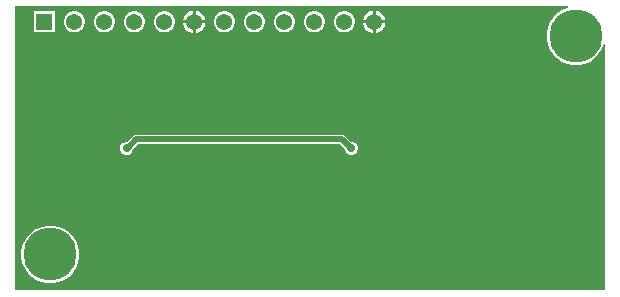
<source format=gbr>
%TF.GenerationSoftware,Altium Limited,Altium Designer,25.4.2 (15)*%
G04 Layer_Physical_Order=2*
G04 Layer_Color=16711680*
%FSLAX45Y45*%
%MOMM*%
%TF.SameCoordinates,CEA3B553-39D9-45E3-89D3-1F66C04990E3*%
%TF.FilePolarity,Positive*%
%TF.FileFunction,Copper,L2,Bot,Signal*%
%TF.Part,Single*%
G01*
G75*
%TA.AperFunction,Conductor*%
%ADD12C,0.50000*%
%TA.AperFunction,ViaPad*%
%ADD13C,4.50000*%
%TA.AperFunction,ComponentPad*%
%ADD14R,1.37000X1.37000*%
%ADD15C,1.37000*%
%TA.AperFunction,ViaPad*%
%ADD16C,0.70000*%
G36*
X16187160Y6387300D02*
X16178535Y6385585D01*
X16133949Y6367116D01*
X16093822Y6340304D01*
X16059695Y6306178D01*
X16032884Y6266051D01*
X16014415Y6221464D01*
X16005000Y6174130D01*
Y6125869D01*
X16014415Y6078536D01*
X16032884Y6033949D01*
X16059695Y5993821D01*
X16093822Y5959696D01*
X16133949Y5932884D01*
X16178535Y5914415D01*
X16225870Y5905000D01*
X16274130D01*
X16321465Y5914415D01*
X16366051Y5932884D01*
X16406178Y5959696D01*
X16440305Y5993821D01*
X16467116Y6033949D01*
X16485585Y6078536D01*
X16487300Y6087159D01*
X16500000Y6085908D01*
Y4000000D01*
X11500000D01*
Y6400000D01*
X16185909D01*
X16187160Y6387300D01*
D02*
G37*
%LPC*%
G36*
X14556700Y6363809D02*
Y6282700D01*
X14637810D01*
X14631500Y6306244D01*
X14619139Y6327656D01*
X14601656Y6345139D01*
X14580244Y6357501D01*
X14556700Y6363809D01*
D02*
G37*
G36*
X14531300D02*
X14507756Y6357501D01*
X14486343Y6345139D01*
X14468861Y6327656D01*
X14456499Y6306244D01*
X14450191Y6282700D01*
X14531300D01*
Y6363809D01*
D02*
G37*
G36*
X13032700D02*
Y6282700D01*
X13113811D01*
X13107501Y6306244D01*
X13095139Y6327656D01*
X13077657Y6345139D01*
X13056244Y6357501D01*
X13032700Y6363809D01*
D02*
G37*
G36*
X13007300D02*
X12983755Y6357501D01*
X12962344Y6345139D01*
X12944861Y6327656D01*
X12932500Y6306244D01*
X12926192Y6282700D01*
X13007300D01*
Y6363809D01*
D02*
G37*
G36*
X14301651Y6358500D02*
X14278349D01*
X14255840Y6352469D01*
X14235660Y6340818D01*
X14219182Y6324340D01*
X14207532Y6304160D01*
X14201500Y6281651D01*
Y6258349D01*
X14207532Y6235840D01*
X14219182Y6215660D01*
X14235660Y6199182D01*
X14255840Y6187531D01*
X14278349Y6181500D01*
X14301651D01*
X14324159Y6187531D01*
X14344341Y6199182D01*
X14360818Y6215660D01*
X14372469Y6235840D01*
X14378500Y6258349D01*
Y6281651D01*
X14372469Y6304160D01*
X14360818Y6324340D01*
X14344341Y6340818D01*
X14324159Y6352469D01*
X14301651Y6358500D01*
D02*
G37*
G36*
X14047652D02*
X14024348D01*
X14001840Y6352469D01*
X13981660Y6340818D01*
X13965182Y6324340D01*
X13953531Y6304160D01*
X13947501Y6281651D01*
Y6258349D01*
X13953531Y6235840D01*
X13965182Y6215660D01*
X13981660Y6199182D01*
X14001840Y6187531D01*
X14024348Y6181500D01*
X14047652D01*
X14070160Y6187531D01*
X14090340Y6199182D01*
X14106818Y6215660D01*
X14118469Y6235840D01*
X14124500Y6258349D01*
Y6281651D01*
X14118469Y6304160D01*
X14106818Y6324340D01*
X14090340Y6340818D01*
X14070160Y6352469D01*
X14047652Y6358500D01*
D02*
G37*
G36*
X13793651D02*
X13770349D01*
X13747839Y6352469D01*
X13727660Y6340818D01*
X13711182Y6324340D01*
X13699532Y6304160D01*
X13693500Y6281651D01*
Y6258349D01*
X13699532Y6235840D01*
X13711182Y6215660D01*
X13727660Y6199182D01*
X13747839Y6187531D01*
X13770349Y6181500D01*
X13793651D01*
X13816161Y6187531D01*
X13836340Y6199182D01*
X13852818Y6215660D01*
X13864468Y6235840D01*
X13870500Y6258349D01*
Y6281651D01*
X13864468Y6304160D01*
X13852818Y6324340D01*
X13836340Y6340818D01*
X13816161Y6352469D01*
X13793651Y6358500D01*
D02*
G37*
G36*
X13539651D02*
X13516348D01*
X13493840Y6352469D01*
X13473660Y6340818D01*
X13457182Y6324340D01*
X13445531Y6304160D01*
X13439500Y6281651D01*
Y6258349D01*
X13445531Y6235840D01*
X13457182Y6215660D01*
X13473660Y6199182D01*
X13493840Y6187531D01*
X13516348Y6181500D01*
X13539651D01*
X13562160Y6187531D01*
X13582339Y6199182D01*
X13598817Y6215660D01*
X13610469Y6235840D01*
X13616499Y6258349D01*
Y6281651D01*
X13610469Y6304160D01*
X13598817Y6324340D01*
X13582339Y6340818D01*
X13562160Y6352469D01*
X13539651Y6358500D01*
D02*
G37*
G36*
X13285651D02*
X13262349D01*
X13239841Y6352469D01*
X13219659Y6340818D01*
X13203181Y6324340D01*
X13191531Y6304160D01*
X13185500Y6281651D01*
Y6258349D01*
X13191531Y6235840D01*
X13203181Y6215660D01*
X13219659Y6199182D01*
X13239841Y6187531D01*
X13262349Y6181500D01*
X13285651D01*
X13308160Y6187531D01*
X13328340Y6199182D01*
X13344818Y6215660D01*
X13356470Y6235840D01*
X13362500Y6258349D01*
Y6281651D01*
X13356470Y6304160D01*
X13344818Y6324340D01*
X13328340Y6340818D01*
X13308160Y6352469D01*
X13285651Y6358500D01*
D02*
G37*
G36*
X12777651D02*
X12754349D01*
X12731840Y6352469D01*
X12711660Y6340818D01*
X12695182Y6324340D01*
X12683531Y6304160D01*
X12677500Y6281651D01*
Y6258349D01*
X12683531Y6235840D01*
X12695182Y6215660D01*
X12711660Y6199182D01*
X12731840Y6187531D01*
X12754349Y6181500D01*
X12777651D01*
X12800160Y6187531D01*
X12820340Y6199182D01*
X12836818Y6215660D01*
X12848470Y6235840D01*
X12854500Y6258349D01*
Y6281651D01*
X12848470Y6304160D01*
X12836818Y6324340D01*
X12820340Y6340818D01*
X12800160Y6352469D01*
X12777651Y6358500D01*
D02*
G37*
G36*
X12523651D02*
X12500349D01*
X12477840Y6352469D01*
X12457660Y6340818D01*
X12441182Y6324340D01*
X12429531Y6304160D01*
X12423500Y6281651D01*
Y6258349D01*
X12429531Y6235840D01*
X12441182Y6215660D01*
X12457660Y6199182D01*
X12477840Y6187531D01*
X12500349Y6181500D01*
X12523651D01*
X12546160Y6187531D01*
X12566340Y6199182D01*
X12582818Y6215660D01*
X12594469Y6235840D01*
X12600500Y6258349D01*
Y6281651D01*
X12594469Y6304160D01*
X12582818Y6324340D01*
X12566340Y6340818D01*
X12546160Y6352469D01*
X12523651Y6358500D01*
D02*
G37*
G36*
X12269651D02*
X12246349D01*
X12223840Y6352469D01*
X12203660Y6340818D01*
X12187182Y6324340D01*
X12175531Y6304160D01*
X12169500Y6281651D01*
Y6258349D01*
X12175531Y6235840D01*
X12187182Y6215660D01*
X12203660Y6199182D01*
X12223840Y6187531D01*
X12246349Y6181500D01*
X12269651D01*
X12292160Y6187531D01*
X12312340Y6199182D01*
X12328818Y6215660D01*
X12340469Y6235840D01*
X12346500Y6258349D01*
Y6281651D01*
X12340469Y6304160D01*
X12328818Y6324340D01*
X12312340Y6340818D01*
X12292160Y6352469D01*
X12269651Y6358500D01*
D02*
G37*
G36*
X12015651D02*
X11992349D01*
X11969840Y6352469D01*
X11949660Y6340818D01*
X11933182Y6324340D01*
X11921531Y6304160D01*
X11915500Y6281651D01*
Y6258349D01*
X11921531Y6235840D01*
X11933182Y6215660D01*
X11949660Y6199182D01*
X11969840Y6187531D01*
X11992349Y6181500D01*
X12015651D01*
X12038160Y6187531D01*
X12058340Y6199182D01*
X12074818Y6215660D01*
X12086469Y6235840D01*
X12092500Y6258349D01*
Y6281651D01*
X12086469Y6304160D01*
X12074818Y6324340D01*
X12058340Y6340818D01*
X12038160Y6352469D01*
X12015651Y6358500D01*
D02*
G37*
G36*
X11838500D02*
X11661500D01*
Y6181500D01*
X11838500D01*
Y6358500D01*
D02*
G37*
G36*
X14637810Y6257300D02*
X14556700D01*
Y6176190D01*
X14580244Y6182499D01*
X14601656Y6194861D01*
X14619139Y6212344D01*
X14631500Y6233756D01*
X14637810Y6257300D01*
D02*
G37*
G36*
X14531300D02*
X14450191D01*
X14456499Y6233756D01*
X14468861Y6212344D01*
X14486343Y6194861D01*
X14507756Y6182499D01*
X14531300Y6176190D01*
Y6257300D01*
D02*
G37*
G36*
X13113811D02*
X13032700D01*
Y6176190D01*
X13056244Y6182499D01*
X13077657Y6194861D01*
X13095139Y6212344D01*
X13107501Y6233756D01*
X13113811Y6257300D01*
D02*
G37*
G36*
X13007300D02*
X12926192D01*
X12932500Y6233756D01*
X12944861Y6212344D01*
X12962344Y6194861D01*
X12983755Y6182499D01*
X13007300Y6176190D01*
Y6257300D01*
D02*
G37*
G36*
X14269836Y5313839D02*
X14269836Y5313839D01*
X12530164D01*
X12530163Y5313839D01*
X12515454Y5310913D01*
X12502983Y5302580D01*
X12502982Y5302580D01*
X12455402Y5255000D01*
X12439060D01*
X12418845Y5246627D01*
X12403373Y5231155D01*
X12395000Y5210940D01*
Y5189060D01*
X12403373Y5168845D01*
X12418845Y5153373D01*
X12439060Y5145000D01*
X12460940D01*
X12481155Y5153373D01*
X12496627Y5168845D01*
X12505000Y5189060D01*
Y5195876D01*
X12546085Y5236962D01*
X14253915D01*
X14295000Y5195877D01*
Y5189060D01*
X14303374Y5168845D01*
X14318845Y5153373D01*
X14339059Y5145000D01*
X14360941D01*
X14381155Y5153373D01*
X14396626Y5168845D01*
X14405000Y5189060D01*
Y5210940D01*
X14396626Y5231155D01*
X14381155Y5246627D01*
X14360941Y5255000D01*
X14344597D01*
X14297017Y5302580D01*
X14284547Y5310913D01*
X14282106Y5311398D01*
X14269836Y5313839D01*
D02*
G37*
G36*
X11824131Y4545000D02*
X11775870D01*
X11728536Y4535585D01*
X11683949Y4517116D01*
X11643822Y4490304D01*
X11609696Y4456179D01*
X11582884Y4416051D01*
X11564415Y4371464D01*
X11555000Y4324131D01*
Y4275870D01*
X11564415Y4228536D01*
X11582884Y4183949D01*
X11609696Y4143822D01*
X11643822Y4109696D01*
X11683949Y4082884D01*
X11728536Y4064415D01*
X11775870Y4055000D01*
X11824131D01*
X11871464Y4064415D01*
X11916051Y4082884D01*
X11956179Y4109696D01*
X11990304Y4143822D01*
X12017116Y4183949D01*
X12035585Y4228536D01*
X12045000Y4275870D01*
Y4324131D01*
X12035585Y4371464D01*
X12017116Y4416051D01*
X11990304Y4456179D01*
X11956179Y4490304D01*
X11916051Y4517116D01*
X11871464Y4535585D01*
X11824131Y4545000D01*
D02*
G37*
%LPD*%
D12*
X14269836Y5275400D02*
X14345238Y5200000D01*
X12530163Y5275400D02*
X14269836D01*
X14345238Y5200000D02*
X14350000D01*
X12450000D02*
X12454763D01*
X12530163Y5275400D01*
D13*
X11800000Y4300000D02*
D03*
X16250000Y6150000D02*
D03*
D14*
X11750000Y6270000D02*
D03*
D15*
X12004000D02*
D03*
X12258000D02*
D03*
X12512000D02*
D03*
X12766000D02*
D03*
X13020000D02*
D03*
X13274001D02*
D03*
X13528000D02*
D03*
X13782001D02*
D03*
X14036000D02*
D03*
X14289999D02*
D03*
X14544000D02*
D03*
D16*
X14250000Y5600000D02*
D03*
X13650000D02*
D03*
X15550000D02*
D03*
Y6200000D02*
D03*
X14250000Y4950000D02*
D03*
X16250000Y5600000D02*
D03*
X12500000D02*
D03*
X11800000D02*
D03*
Y4950000D02*
D03*
X12450000Y5200000D02*
D03*
X14350000D02*
D03*
X15900000Y5190000D02*
D03*
X13650000D02*
D03*
%TF.MD5,f9cf0342451483d760f50337d7f2af69*%
M02*

</source>
